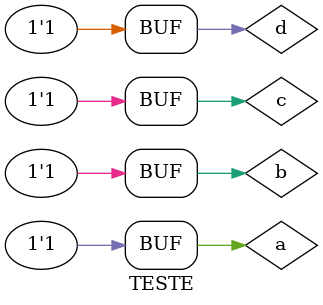
<source format=v>

module saida0 (s0,a,b,c,d);
	output s0;
	input a,b,c,d;
	wire f1,f2;
	
	xnor XNOR1 (f1,a,b);
	xnor XNOR2 (f2,c,d);
	xor XOR1 (s0,f1,f2);
endmodule

module TESTE;
	
	wire s0;
	reg a,b,c,d;

	saida0 Teste (s0,a,b,c,d);

 	initial begin
	   $display("\nRafael Moreira Melo-405834\n");
      $display("\na   b   c   d   s0\n");
      $monitor("%b + %b + %b + %b = %b", a, b, c, d, s0);
  
	     a=0; b=0; c=0; d=0;  
    #1  a=0; b=0; c=0; d=1;
    #1  a=0; b=0; c=1; d=0;
    #1  a=0; b=0; c=1; d=1;
    #1  a=0; b=1; c=0; d=0;
 	 #1  a=0; b=1; c=0; d=1;
    #1  a=0; b=1; c=1; d=0;
    #1  a=0; b=1; c=1; d=1;
    #1  a=1; b=0; c=0; d=0;
    #1  a=1; b=0; c=0; d=1;
    #1  a=1; b=0; c=1; d=0;
    #1  a=1; b=0; c=1; d=1;
    #1  a=1; b=1; c=0; d=0;
    #1  a=1; b=1; c=0; d=1;
    #1  a=1; b=1; c=1; d=0;
    #1  a=1; b=1; c=1; d=1;
        
    end
endmodule

</source>
